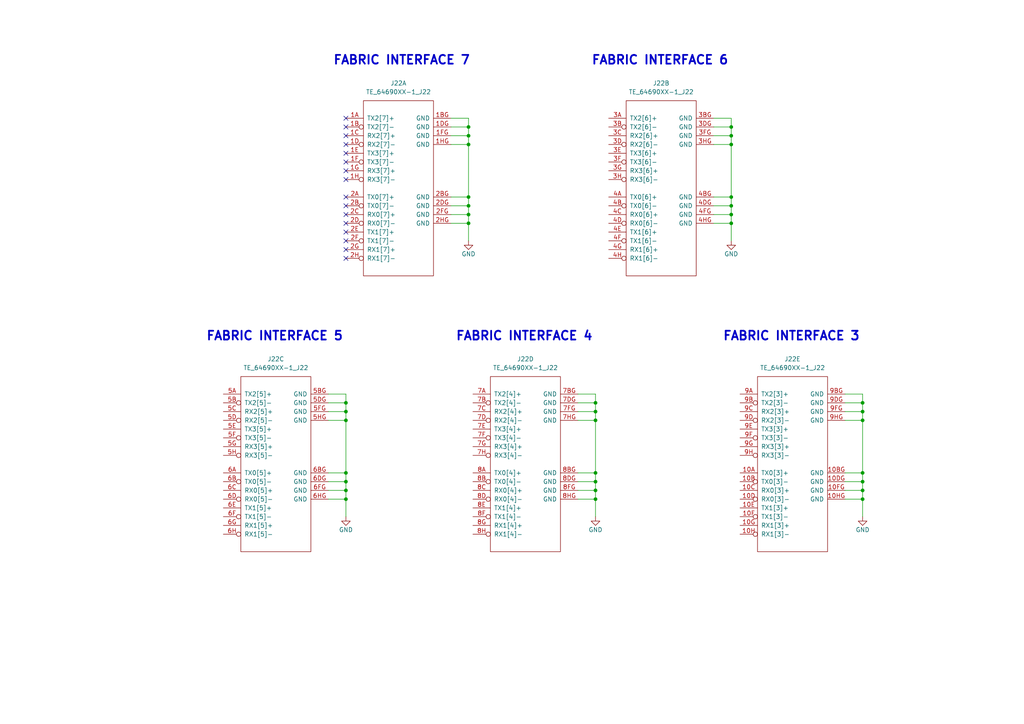
<source format=kicad_sch>
(kicad_sch (version 20230121) (generator eeschema)
  (paper "A4")
  (title_block (title "ATCA Simple Loopback HUB") (date "2023-09-12") (rev "1.0") (company "Karlsruhe Institute of Technology (KIT)") (comment 1 "Institute for Data Processing and Electronics (IPE)") (comment 2 "Luis Ardila") (comment 3 "IPE-380-06") (comment 4 "Licensed under CERN-OHL-P-2.0"))
  (lib_symbols
    (symbol "power:GND" (power) (pin_names (offset 0))
      (property "Value" "GND" (at 0 -3.81 0))
      (symbol "GND_0_1"
        (polyline (pts (xy 0 0) (xy 0 -1.27) (xy 1.27 -1.27) (xy 0 -2.54) (xy -1.27 -1.27) (xy 0 -1.27)))
      )
      (symbol "GND_1_1"
        (pin power_in line (at 0 0 270) (length 0) hide (name "GND") (number "1"))
      )
    )
    (symbol "project:TE_64690XX-1_J22" (pin_names (offset 1.016))
      (property "Reference" "J6" (at 0 30.48 0))
      (property "Value" "TE_64690XX-1_J22" (at 0 27.94 0))
      (symbol "TE_64690XX-1_J22_1_1"
        (rectangle (start -10.16 25.4) (end 10.16 -25.4))
        (pin bidirectional line (at -15.24 20.32 0) (length 5.08) (name "TX2[7]+") (number "1A"))
        (pin bidirectional inverted (at -15.24 17.78 0) (length 5.08) (name "TX2[7]-") (number "1B"))
        (pin passive line (at 15.24 20.32 180) (length 5.08) (name "GND") (number "1BG"))
        (pin bidirectional line (at -15.24 15.24 0) (length 5.08) (name "RX2[7]+") (number "1C"))
        (pin bidirectional inverted (at -15.24 12.7 0) (length 5.08) (name "RX2[7]-") (number "1D"))
        (pin passive line (at 15.24 17.78 180) (length 5.08) (name "GND") (number "1DG"))
        (pin bidirectional line (at -15.24 10.16 0) (length 5.08) (name "TX3[7]+") (number "1E"))
        (pin bidirectional inverted (at -15.24 7.62 0) (length 5.08) (name "TX3[7]-") (number "1F"))
        (pin passive line (at 15.24 15.24 180) (length 5.08) (name "GND") (number "1FG"))
        (pin bidirectional line (at -15.24 5.08 0) (length 5.08) (name "RX3[7]+") (number "1G"))
        (pin bidirectional inverted (at -15.24 2.54 0) (length 5.08) (name "RX3[7]-") (number "1H"))
        (pin passive line (at 15.24 12.7 180) (length 5.08) (name "GND") (number "1HG"))
        (pin bidirectional line (at -15.24 -2.54 0) (length 5.08) (name "TX0[7]+") (number "2A"))
        (pin bidirectional inverted (at -15.24 -5.08 0) (length 5.08) (name "TX0[7]-") (number "2B"))
        (pin passive line (at 15.24 -2.54 180) (length 5.08) (name "GND") (number "2BG"))
        (pin bidirectional line (at -15.24 -7.62 0) (length 5.08) (name "RX0[7]+") (number "2C"))
        (pin bidirectional inverted (at -15.24 -10.16 0) (length 5.08) (name "RX0[7]-") (number "2D"))
        (pin passive line (at 15.24 -5.08 180) (length 5.08) (name "GND") (number "2DG"))
        (pin bidirectional line (at -15.24 -12.7 0) (length 5.08) (name "TX1[7]+") (number "2E"))
        (pin bidirectional inverted (at -15.24 -15.24 0) (length 5.08) (name "TX1[7]-") (number "2F"))
        (pin passive line (at 15.24 -7.62 180) (length 5.08) (name "GND") (number "2FG"))
        (pin bidirectional line (at -15.24 -17.78 0) (length 5.08) (name "RX1[7]+") (number "2G"))
        (pin bidirectional inverted (at -15.24 -20.32 0) (length 5.08) (name "RX1[7]-") (number "2H"))
        (pin passive line (at 15.24 -10.16 180) (length 5.08) (name "GND") (number "2HG"))
      )
      (symbol "TE_64690XX-1_J22_2_1"
        (rectangle (start -10.16 25.4) (end 10.16 -25.4))
        (pin bidirectional line (at -15.24 20.32 0) (length 5.08) (name "TX2[6]+") (number "3A"))
        (pin bidirectional inverted (at -15.24 17.78 0) (length 5.08) (name "TX2[6]-") (number "3B"))
        (pin passive line (at 15.24 20.32 180) (length 5.08) (name "GND") (number "3BG"))
        (pin bidirectional line (at -15.24 15.24 0) (length 5.08) (name "RX2[6]+") (number "3C"))
        (pin bidirectional inverted (at -15.24 12.7 0) (length 5.08) (name "RX2[6]-") (number "3D"))
        (pin passive line (at 15.24 17.78 180) (length 5.08) (name "GND") (number "3DG"))
        (pin bidirectional line (at -15.24 10.16 0) (length 5.08) (name "TX3[6]+") (number "3E"))
        (pin bidirectional inverted (at -15.24 7.62 0) (length 5.08) (name "TX3[6]-") (number "3F"))
        (pin passive line (at 15.24 15.24 180) (length 5.08) (name "GND") (number "3FG"))
        (pin bidirectional line (at -15.24 5.08 0) (length 5.08) (name "RX3[6]+") (number "3G"))
        (pin bidirectional inverted (at -15.24 2.54 0) (length 5.08) (name "RX3[6]-") (number "3H"))
        (pin passive line (at 15.24 12.7 180) (length 5.08) (name "GND") (number "3HG"))
        (pin bidirectional line (at -15.24 -2.54 0) (length 5.08) (name "TX0[6]+") (number "4A"))
        (pin bidirectional inverted (at -15.24 -5.08 0) (length 5.08) (name "TX0[6]-") (number "4B"))
        (pin passive line (at 15.24 -2.54 180) (length 5.08) (name "GND") (number "4BG"))
        (pin bidirectional line (at -15.24 -7.62 0) (length 5.08) (name "RX0[6]+") (number "4C"))
        (pin bidirectional inverted (at -15.24 -10.16 0) (length 5.08) (name "RX0[6]-") (number "4D"))
        (pin passive line (at 15.24 -5.08 180) (length 5.08) (name "GND") (number "4DG"))
        (pin bidirectional line (at -15.24 -12.7 0) (length 5.08) (name "TX1[6]+") (number "4E"))
        (pin bidirectional inverted (at -15.24 -15.24 0) (length 5.08) (name "TX1[6]-") (number "4F"))
        (pin passive line (at 15.24 -7.62 180) (length 5.08) (name "GND") (number "4FG"))
        (pin bidirectional line (at -15.24 -17.78 0) (length 5.08) (name "RX1[6]+") (number "4G"))
        (pin bidirectional inverted (at -15.24 -20.32 0) (length 5.08) (name "RX1[6]-") (number "4H"))
        (pin passive line (at 15.24 -10.16 180) (length 5.08) (name "GND") (number "4HG"))
      )
      (symbol "TE_64690XX-1_J22_3_1"
        (rectangle (start -10.16 25.4) (end 10.16 -25.4))
        (pin bidirectional line (at -15.24 20.32 0) (length 5.08) (name "TX2[5]+") (number "5A"))
        (pin bidirectional inverted (at -15.24 17.78 0) (length 5.08) (name "TX2[5]-") (number "5B"))
        (pin passive line (at 15.24 20.32 180) (length 5.08) (name "GND") (number "5BG"))
        (pin bidirectional line (at -15.24 15.24 0) (length 5.08) (name "RX2[5]+") (number "5C"))
        (pin bidirectional inverted (at -15.24 12.7 0) (length 5.08) (name "RX2[5]-") (number "5D"))
        (pin passive line (at 15.24 17.78 180) (length 5.08) (name "GND") (number "5DG"))
        (pin bidirectional line (at -15.24 10.16 0) (length 5.08) (name "TX3[5]+") (number "5E"))
        (pin bidirectional inverted (at -15.24 7.62 0) (length 5.08) (name "TX3[5]-") (number "5F"))
        (pin passive line (at 15.24 15.24 180) (length 5.08) (name "GND") (number "5FG"))
        (pin bidirectional line (at -15.24 5.08 0) (length 5.08) (name "RX3[5]+") (number "5G"))
        (pin bidirectional inverted (at -15.24 2.54 0) (length 5.08) (name "RX3[5]-") (number "5H"))
        (pin passive line (at 15.24 12.7 180) (length 5.08) (name "GND") (number "5HG"))
        (pin bidirectional line (at -15.24 -2.54 0) (length 5.08) (name "TX0[5]+") (number "6A"))
        (pin bidirectional inverted (at -15.24 -5.08 0) (length 5.08) (name "TX0[5]-") (number "6B"))
        (pin passive line (at 15.24 -2.54 180) (length 5.08) (name "GND") (number "6BG"))
        (pin bidirectional line (at -15.24 -7.62 0) (length 5.08) (name "RX0[5]+") (number "6C"))
        (pin bidirectional inverted (at -15.24 -10.16 0) (length 5.08) (name "RX0[5]-") (number "6D"))
        (pin passive line (at 15.24 -5.08 180) (length 5.08) (name "GND") (number "6DG"))
        (pin bidirectional line (at -15.24 -12.7 0) (length 5.08) (name "TX1[5]+") (number "6E"))
        (pin bidirectional inverted (at -15.24 -15.24 0) (length 5.08) (name "TX1[5]-") (number "6F"))
        (pin passive line (at 15.24 -7.62 180) (length 5.08) (name "GND") (number "6FG"))
        (pin bidirectional line (at -15.24 -17.78 0) (length 5.08) (name "RX1[5]+") (number "6G"))
        (pin bidirectional inverted (at -15.24 -20.32 0) (length 5.08) (name "RX1[5]-") (number "6H"))
        (pin passive line (at 15.24 -10.16 180) (length 5.08) (name "GND") (number "6HG"))
      )
      (symbol "TE_64690XX-1_J22_4_1"
        (rectangle (start -10.16 25.4) (end 10.16 -25.4))
        (pin bidirectional line (at -15.24 20.32 0) (length 5.08) (name "TX2[4]+") (number "7A"))
        (pin bidirectional inverted (at -15.24 17.78 0) (length 5.08) (name "TX2[4]-") (number "7B"))
        (pin passive line (at 15.24 20.32 180) (length 5.08) (name "GND") (number "7BG"))
        (pin bidirectional line (at -15.24 15.24 0) (length 5.08) (name "RX2[4]+") (number "7C"))
        (pin bidirectional inverted (at -15.24 12.7 0) (length 5.08) (name "RX2[4]-") (number "7D"))
        (pin passive line (at 15.24 17.78 180) (length 5.08) (name "GND") (number "7DG"))
        (pin bidirectional line (at -15.24 10.16 0) (length 5.08) (name "TX3[4]+") (number "7E"))
        (pin bidirectional inverted (at -15.24 7.62 0) (length 5.08) (name "TX3[4]-") (number "7F"))
        (pin passive line (at 15.24 15.24 180) (length 5.08) (name "GND") (number "7FG"))
        (pin bidirectional line (at -15.24 5.08 0) (length 5.08) (name "RX3[4]+") (number "7G"))
        (pin bidirectional inverted (at -15.24 2.54 0) (length 5.08) (name "RX3[4]-") (number "7H"))
        (pin passive line (at 15.24 12.7 180) (length 5.08) (name "GND") (number "7HG"))
        (pin bidirectional line (at -15.24 -2.54 0) (length 5.08) (name "TX0[4]+") (number "8A"))
        (pin bidirectional inverted (at -15.24 -5.08 0) (length 5.08) (name "TX0[4]-") (number "8B"))
        (pin passive line (at 15.24 -2.54 180) (length 5.08) (name "GND") (number "8BG"))
        (pin bidirectional line (at -15.24 -7.62 0) (length 5.08) (name "RX0[4]+") (number "8C"))
        (pin bidirectional inverted (at -15.24 -10.16 0) (length 5.08) (name "RX0[4]-") (number "8D"))
        (pin passive line (at 15.24 -5.08 180) (length 5.08) (name "GND") (number "8DG"))
        (pin bidirectional line (at -15.24 -12.7 0) (length 5.08) (name "TX1[4]+") (number "8E"))
        (pin bidirectional inverted (at -15.24 -15.24 0) (length 5.08) (name "TX1[4]-") (number "8F"))
        (pin passive line (at 15.24 -7.62 180) (length 5.08) (name "GND") (number "8FG"))
        (pin bidirectional line (at -15.24 -17.78 0) (length 5.08) (name "RX1[4]+") (number "8G"))
        (pin bidirectional inverted (at -15.24 -20.32 0) (length 5.08) (name "RX1[4]-") (number "8H"))
        (pin passive line (at 15.24 -10.16 180) (length 5.08) (name "GND") (number "8HG"))
      )
      (symbol "TE_64690XX-1_J22_5_1"
        (rectangle (start -10.16 25.4) (end 10.16 -25.4))
        (pin bidirectional line (at -15.24 -2.54 0) (length 5.08) (name "TX0[3]+") (number "10A"))
        (pin bidirectional inverted (at -15.24 -5.08 0) (length 5.08) (name "TX0[3]-") (number "10B"))
        (pin passive line (at 15.24 -2.54 180) (length 5.08) (name "GND") (number "10BG"))
        (pin bidirectional line (at -15.24 -7.62 0) (length 5.08) (name "RX0[3]+") (number "10C"))
        (pin bidirectional inverted (at -15.24 -10.16 0) (length 5.08) (name "RX0[3]-") (number "10D"))
        (pin passive line (at 15.24 -5.08 180) (length 5.08) (name "GND") (number "10DG"))
        (pin bidirectional line (at -15.24 -12.7 0) (length 5.08) (name "TX1[3]+") (number "10E"))
        (pin bidirectional inverted (at -15.24 -15.24 0) (length 5.08) (name "TX1[3]-") (number "10F"))
        (pin passive line (at 15.24 -7.62 180) (length 5.08) (name "GND") (number "10FG"))
        (pin bidirectional line (at -15.24 -17.78 0) (length 5.08) (name "RX1[3]+") (number "10G"))
        (pin bidirectional inverted (at -15.24 -20.32 0) (length 5.08) (name "RX1[3]-") (number "10H"))
        (pin passive line (at 15.24 -10.16 180) (length 5.08) (name "GND") (number "10HG"))
        (pin bidirectional line (at -15.24 20.32 0) (length 5.08) (name "TX2[3]+") (number "9A"))
        (pin bidirectional inverted (at -15.24 17.78 0) (length 5.08) (name "TX2[3]-") (number "9B"))
        (pin passive line (at 15.24 20.32 180) (length 5.08) (name "GND") (number "9BG"))
        (pin bidirectional line (at -15.24 15.24 0) (length 5.08) (name "RX2[3]+") (number "9C"))
        (pin bidirectional inverted (at -15.24 12.7 0) (length 5.08) (name "RX2[3]-") (number "9D"))
        (pin passive line (at 15.24 17.78 180) (length 5.08) (name "GND") (number "9DG"))
        (pin bidirectional line (at -15.24 10.16 0) (length 5.08) (name "TX3[3]+") (number "9E"))
        (pin bidirectional inverted (at -15.24 7.62 0) (length 5.08) (name "TX3[3]-") (number "9F"))
        (pin passive line (at 15.24 15.24 180) (length 5.08) (name "GND") (number "9FG"))
        (pin bidirectional line (at -15.24 5.08 0) (length 5.08) (name "RX3[3]+") (number "9G"))
        (pin bidirectional inverted (at -15.24 2.54 0) (length 5.08) (name "RX3[3]-") (number "9H"))
        (pin passive line (at 15.24 12.7 180) (length 5.08) (name "GND") (number "9HG"))
      )
    )
  )
  (junction (at 212.09 64.77))
  (junction (at 135.89 39.37))
  (junction (at 100.33 139.7))
  (junction (at 135.89 41.91))
  (junction (at 212.09 36.83))
  (junction (at 250.19 121.92))
  (junction (at 100.33 144.78))
  (junction (at 172.72 119.38))
  (junction (at 250.19 116.84))
  (junction (at 100.33 119.38))
  (junction (at 135.89 64.77))
  (junction (at 172.72 142.24))
  (junction (at 172.72 144.78))
  (junction (at 135.89 57.15))
  (junction (at 100.33 137.16))
  (junction (at 135.89 62.23))
  (junction (at 172.72 139.7))
  (junction (at 172.72 137.16))
  (junction (at 135.89 36.83))
  (junction (at 172.72 116.84))
  (junction (at 100.33 121.92))
  (junction (at 250.19 119.38))
  (junction (at 212.09 39.37))
  (junction (at 172.72 121.92))
  (junction (at 212.09 41.91))
  (junction (at 135.89 59.69))
  (junction (at 212.09 57.15))
  (junction (at 100.33 142.24))
  (junction (at 212.09 62.23))
  (junction (at 250.19 142.24))
  (junction (at 212.09 59.69))
  (junction (at 100.33 116.84))
  (junction (at 250.19 144.78))
  (junction (at 250.19 139.7))
  (junction (at 250.19 137.16))
  (no_connect (at 100.33 62.23))
  (no_connect (at 100.33 67.31))
  (no_connect (at 100.33 57.15))
  (no_connect (at 100.33 34.29))
  (no_connect (at 100.33 46.99))
  (no_connect (at 100.33 72.39))
  (no_connect (at 100.33 39.37))
  (no_connect (at 100.33 44.45))
  (no_connect (at 100.33 59.69))
  (no_connect (at 100.33 69.85))
  (no_connect (at 100.33 41.91))
  (no_connect (at 100.33 74.93))
  (no_connect (at 100.33 49.53))
  (no_connect (at 100.33 52.07))
  (no_connect (at 100.33 36.83))
  (no_connect (at 100.33 64.77))
  (wire (pts (xy 212.09 41.91) (xy 212.09 57.15)))
  (wire (pts (xy 207.01 41.91) (xy 212.09 41.91)))
  (wire (pts (xy 135.89 59.69) (xy 135.89 62.23)))
  (wire (pts (xy 207.01 39.37) (xy 212.09 39.37)))
  (wire (pts (xy 172.72 119.38) (xy 172.72 121.92)))
  (wire (pts (xy 167.64 116.84) (xy 172.72 116.84)))
  (wire (pts (xy 250.19 139.7) (xy 250.19 142.24)))
  (wire (pts (xy 100.33 142.24) (xy 100.33 144.78)))
  (wire (pts (xy 245.11 119.38) (xy 250.19 119.38)))
  (wire (pts (xy 100.33 116.84) (xy 100.33 119.38)))
  (wire (pts (xy 130.81 62.23) (xy 135.89 62.23)))
  (wire (pts (xy 130.81 57.15) (xy 135.89 57.15)))
  (wire (pts (xy 100.33 119.38) (xy 100.33 121.92)))
  (wire (pts (xy 135.89 57.15) (xy 135.89 59.69)))
  (wire (pts (xy 172.72 137.16) (xy 172.72 139.7)))
  (wire (pts (xy 135.89 62.23) (xy 135.89 64.77)))
  (wire (pts (xy 250.19 144.78) (xy 250.19 149.86)))
  (wire (pts (xy 135.89 36.83) (xy 135.89 39.37)))
  (wire (pts (xy 95.25 144.78) (xy 100.33 144.78)))
  (wire (pts (xy 212.09 39.37) (xy 212.09 41.91)))
  (wire (pts (xy 250.19 142.24) (xy 250.19 144.78)))
  (wire (pts (xy 95.25 114.3) (xy 100.33 114.3)))
  (wire (pts (xy 250.19 116.84) (xy 250.19 119.38)))
  (wire (pts (xy 207.01 34.29) (xy 212.09 34.29)))
  (wire (pts (xy 250.19 121.92) (xy 250.19 137.16)))
  (wire (pts (xy 167.64 142.24) (xy 172.72 142.24)))
  (wire (pts (xy 212.09 36.83) (xy 212.09 39.37)))
  (wire (pts (xy 130.81 36.83) (xy 135.89 36.83)))
  (wire (pts (xy 167.64 121.92) (xy 172.72 121.92)))
  (wire (pts (xy 172.72 142.24) (xy 172.72 144.78)))
  (wire (pts (xy 135.89 64.77) (xy 135.89 69.85)))
  (wire (pts (xy 207.01 57.15) (xy 212.09 57.15)))
  (wire (pts (xy 167.64 114.3) (xy 172.72 114.3)))
  (wire (pts (xy 245.11 116.84) (xy 250.19 116.84)))
  (wire (pts (xy 172.72 121.92) (xy 172.72 137.16)))
  (wire (pts (xy 130.81 59.69) (xy 135.89 59.69)))
  (wire (pts (xy 130.81 64.77) (xy 135.89 64.77)))
  (wire (pts (xy 245.11 139.7) (xy 250.19 139.7)))
  (wire (pts (xy 95.25 116.84) (xy 100.33 116.84)))
  (wire (pts (xy 245.11 121.92) (xy 250.19 121.92)))
  (wire (pts (xy 95.25 121.92) (xy 100.33 121.92)))
  (wire (pts (xy 135.89 41.91) (xy 135.89 57.15)))
  (wire (pts (xy 130.81 41.91) (xy 135.89 41.91)))
  (wire (pts (xy 212.09 57.15) (xy 212.09 59.69)))
  (wire (pts (xy 95.25 137.16) (xy 100.33 137.16)))
  (wire (pts (xy 95.25 139.7) (xy 100.33 139.7)))
  (wire (pts (xy 207.01 62.23) (xy 212.09 62.23)))
  (wire (pts (xy 167.64 139.7) (xy 172.72 139.7)))
  (wire (pts (xy 250.19 114.3) (xy 250.19 116.84)))
  (wire (pts (xy 100.33 137.16) (xy 100.33 139.7)))
  (wire (pts (xy 100.33 114.3) (xy 100.33 116.84)))
  (wire (pts (xy 130.81 39.37) (xy 135.89 39.37)))
  (wire (pts (xy 250.19 119.38) (xy 250.19 121.92)))
  (wire (pts (xy 167.64 137.16) (xy 172.72 137.16)))
  (wire (pts (xy 250.19 137.16) (xy 250.19 139.7)))
  (wire (pts (xy 172.72 139.7) (xy 172.72 142.24)))
  (wire (pts (xy 167.64 119.38) (xy 172.72 119.38)))
  (wire (pts (xy 207.01 36.83) (xy 212.09 36.83)))
  (wire (pts (xy 135.89 39.37) (xy 135.89 41.91)))
  (wire (pts (xy 167.64 144.78) (xy 172.72 144.78)))
  (wire (pts (xy 100.33 139.7) (xy 100.33 142.24)))
  (wire (pts (xy 172.72 144.78) (xy 172.72 149.86)))
  (wire (pts (xy 207.01 59.69) (xy 212.09 59.69)))
  (wire (pts (xy 207.01 64.77) (xy 212.09 64.77)))
  (wire (pts (xy 100.33 144.78) (xy 100.33 149.86)))
  (wire (pts (xy 212.09 34.29) (xy 212.09 36.83)))
  (wire (pts (xy 135.89 34.29) (xy 135.89 36.83)))
  (wire (pts (xy 245.11 142.24) (xy 250.19 142.24)))
  (wire (pts (xy 212.09 64.77) (xy 212.09 69.85)))
  (wire (pts (xy 100.33 121.92) (xy 100.33 137.16)))
  (wire (pts (xy 245.11 114.3) (xy 250.19 114.3)))
  (wire (pts (xy 130.81 34.29) (xy 135.89 34.29)))
  (wire (pts (xy 172.72 114.3) (xy 172.72 116.84)))
  (wire (pts (xy 245.11 144.78) (xy 250.19 144.78)))
  (wire (pts (xy 95.25 119.38) (xy 100.33 119.38)))
  (wire (pts (xy 212.09 59.69) (xy 212.09 62.23)))
  (wire (pts (xy 95.25 142.24) (xy 100.33 142.24)))
  (wire (pts (xy 212.09 62.23) (xy 212.09 64.77)))
  (wire (pts (xy 172.72 116.84) (xy 172.72 119.38)))
  (wire (pts (xy 245.11 137.16) (xy 250.19 137.16)))
  (text "FABRIC INTERFACE 3" (at 209.55 99.06 0) (effects (font (size 2.54 2.54) (thickness 0.508) bold) (justify left bottom)))
  (text "FABRIC INTERFACE 7" (at 96.52 19.05 0) (effects (font (size 2.54 2.54) (thickness 0.508) bold) (justify left bottom)))
  (text "FABRIC INTERFACE 5" (at 59.69 99.06 0) (effects (font (size 2.54 2.54) (thickness 0.508) bold) (justify left bottom)))
  (text "FABRIC INTERFACE 4" (at 132.08 99.06 0) (effects (font (size 2.54 2.54) (thickness 0.508) bold) (justify left bottom)))
  (text "FABRIC INTERFACE 6" (at 171.45 19.05 0) (effects (font (size 2.54 2.54) (thickness 0.508) bold) (justify left bottom)))
  (symbol (lib_id "power:GND") (at 212.09 69.85 0) (unit 1)
    (property "Reference" "#PWR046" (effects hide))
    (property "Value" "GND" (at 212.09 73.66 0))
  )
  (symbol (lib_id "power:GND") (at 100.33 149.86 0) (unit 1)
    (property "Reference" "#PWR047" (effects hide))
    (property "Value" "GND" (at 100.33 153.67 0))
  )
  (symbol (lib_id "project:TE_64690XX-1_J22") (at 191.77 54.61 0) (unit 2)
    (property "Reference" "J22" (at 191.77 24.13 0))
    (property "Value" "TE_64690XX-1_J22" (at 191.77 26.67 0))
    (property "Footprint" "project:TE_6469001-1" (effects hide))
    (property "Datasheet" "https://www.te.com/commerce/DocumentDelivery/DDEController?Action=srchrtrv&DocNm=6469001&DocType=Customer+Drawing&DocLang=English" (effects hide))
    (property "digikey#" "A121106-ND" (effects hide))
    (property "manf" "TE Connectivity" (effects hide))
    (property "manf#" "6469001-1" (effects hide))
    (property "mouser#" "571-6469001-1" (effects hide))
    (property "stock" "Serenity: 20" (effects hide))
  )
  (symbol (lib_id "project:TE_64690XX-1_J22") (at 80.01 134.62 0) (unit 3)
    (property "Reference" "J22" (at 80.01 104.14 0))
    (property "Value" "TE_64690XX-1_J22" (at 80.01 106.68 0))
    (property "Footprint" "project:TE_6469001-1" (effects hide))
    (property "Datasheet" "https://www.te.com/commerce/DocumentDelivery/DDEController?Action=srchrtrv&DocNm=6469001&DocType=Customer+Drawing&DocLang=English" (effects hide))
    (property "digikey#" "A121106-ND" (effects hide))
    (property "manf" "TE Connectivity" (effects hide))
    (property "manf#" "6469001-1" (effects hide))
    (property "mouser#" "571-6469001-1" (effects hide))
    (property "stock" "Serenity: 20" (effects hide))
  )
  (symbol (lib_id "project:TE_64690XX-1_J22") (at 152.4 134.62 0) (unit 4)
    (property "Reference" "J22" (at 152.4 104.14 0))
    (property "Value" "TE_64690XX-1_J22" (at 152.4 106.68 0))
    (property "Footprint" "project:TE_6469001-1" (effects hide))
    (property "Datasheet" "https://www.te.com/commerce/DocumentDelivery/DDEController?Action=srchrtrv&DocNm=6469001&DocType=Customer+Drawing&DocLang=English" (effects hide))
    (property "digikey#" "A121106-ND" (effects hide))
    (property "manf" "TE Connectivity" (effects hide))
    (property "manf#" "6469001-1" (effects hide))
    (property "mouser#" "571-6469001-1" (effects hide))
    (property "stock" "Serenity: 20" (effects hide))
  )
  (symbol (lib_id "project:TE_64690XX-1_J22") (at 229.87 134.62 0) (unit 5)
    (property "Reference" "J22" (at 229.87 104.14 0))
    (property "Value" "TE_64690XX-1_J22" (at 229.87 106.68 0))
    (property "Footprint" "project:TE_6469001-1" (effects hide))
    (property "Datasheet" "https://www.te.com/commerce/DocumentDelivery/DDEController?Action=srchrtrv&DocNm=6469001&DocType=Customer+Drawing&DocLang=English" (effects hide))
    (property "digikey#" "A121106-ND" (effects hide))
    (property "manf" "TE Connectivity" (effects hide))
    (property "manf#" "6469001-1" (effects hide))
    (property "mouser#" "571-6469001-1" (effects hide))
    (property "stock" "Serenity: 20" (effects hide))
  )
  (symbol (lib_id "power:GND") (at 172.72 149.86 0) (unit 1)
    (property "Reference" "#PWR048" (effects hide))
    (property "Value" "GND" (at 172.72 153.67 0))
  )
  (symbol (lib_id "project:TE_64690XX-1_J22") (at 115.57 54.61 0) (unit 1)
    (property "Reference" "J22" (at 115.57 24.13 0))
    (property "Value" "TE_64690XX-1_J22" (at 115.57 26.67 0))
    (property "Footprint" "project:TE_6469001-1" (effects hide))
    (property "Datasheet" "https://www.te.com/commerce/DocumentDelivery/DDEController?Action=srchrtrv&DocNm=6469001&DocType=Customer+Drawing&DocLang=English" (effects hide))
    (property "digikey#" "A121106-ND" (effects hide))
    (property "manf" "TE Connectivity" (effects hide))
    (property "manf#" "6469001-1" (effects hide))
    (property "mouser#" "571-6469001-1" (effects hide))
    (property "stock" "Serenity: 20" (effects hide))
  )
  (symbol (lib_id "power:GND") (at 135.89 69.85 0) (unit 1)
    (property "Reference" "#PWR045" (effects hide))
    (property "Value" "GND" (at 135.89 73.66 0))
  )
  (symbol (lib_id "power:GND") (at 250.19 149.86 0) (unit 1)
    (property "Reference" "#PWR049" (effects hide))
    (property "Value" "GND" (at 250.19 153.67 0))
  )
)
</source>
